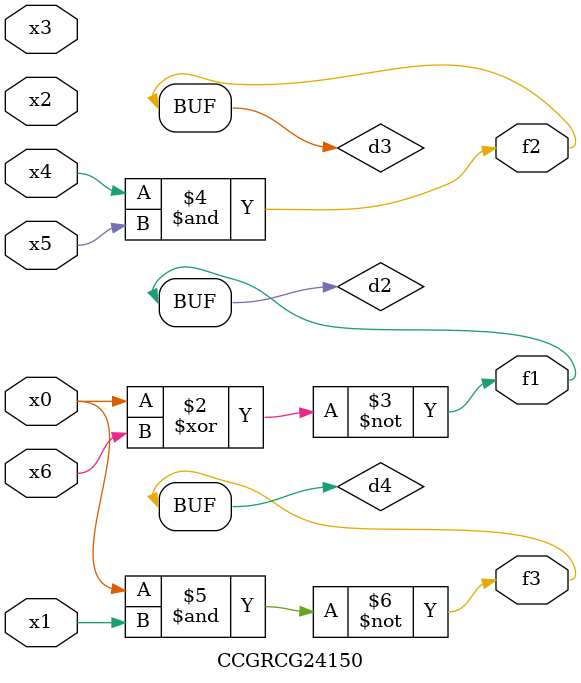
<source format=v>
module CCGRCG24150(
	input x0, x1, x2, x3, x4, x5, x6,
	output f1, f2, f3
);

	wire d1, d2, d3, d4;

	nor (d1, x0);
	xnor (d2, x0, x6);
	and (d3, x4, x5);
	nand (d4, x0, x1);
	assign f1 = d2;
	assign f2 = d3;
	assign f3 = d4;
endmodule

</source>
